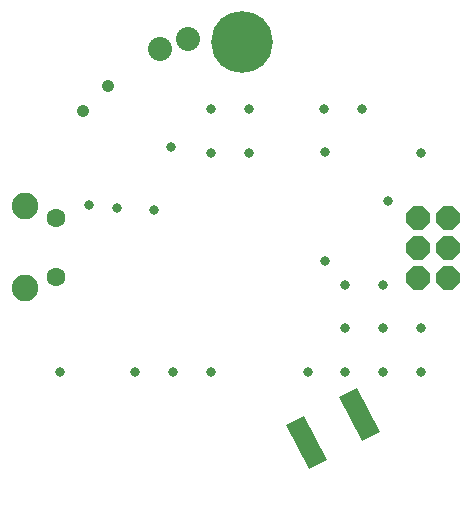
<source format=gbs>
G75*
%MOIN*%
%OFA0B0*%
%FSLAX25Y25*%
%IPPOS*%
%LPD*%
%AMOC8*
5,1,8,0,0,1.08239X$1,22.5*
%
%ADD10C,0.20600*%
%ADD11C,0.08000*%
%ADD12C,0.06309*%
%ADD13C,0.08868*%
%ADD14OC8,0.08000*%
%ADD15C,0.04143*%
%ADD16R,0.06600X0.16600*%
%ADD17C,0.03300*%
D10*
X0084884Y0163568D03*
D11*
X0066950Y0164742D03*
X0057559Y0161306D03*
D12*
X0023194Y0105144D03*
X0023194Y0085459D03*
D13*
X0012605Y0081524D03*
X0012559Y0109096D03*
D14*
X0143725Y0104976D03*
X0153725Y0104976D03*
X0153725Y0094976D03*
X0143725Y0094976D03*
X0143725Y0084976D03*
X0153725Y0084976D03*
D15*
X0040292Y0148938D03*
X0031940Y0140586D03*
D16*
G36*
X0130996Y0033785D02*
X0125163Y0030697D01*
X0117396Y0045367D01*
X0123229Y0048455D01*
X0130996Y0033785D01*
G37*
G36*
X0113321Y0024426D02*
X0107488Y0021338D01*
X0099721Y0036008D01*
X0105554Y0039096D01*
X0113321Y0024426D01*
G37*
D17*
X0024241Y0053790D03*
X0049438Y0053790D03*
X0062036Y0053790D03*
X0074635Y0053790D03*
X0106918Y0053790D03*
X0119517Y0053790D03*
X0132115Y0053790D03*
X0144713Y0053790D03*
X0144713Y0068357D03*
X0132115Y0068357D03*
X0132115Y0082530D03*
X0119517Y0082530D03*
X0112824Y0090798D03*
X0119517Y0068357D03*
X0133690Y0110680D03*
X0144713Y0126625D03*
X0125028Y0141192D03*
X0112430Y0141192D03*
X0112824Y0127018D03*
X0087233Y0126625D03*
X0074635Y0126625D03*
X0061249Y0128593D03*
X0074635Y0141192D03*
X0087233Y0141192D03*
X0055737Y0107727D03*
X0043532Y0108514D03*
X0034083Y0109302D03*
M02*

</source>
